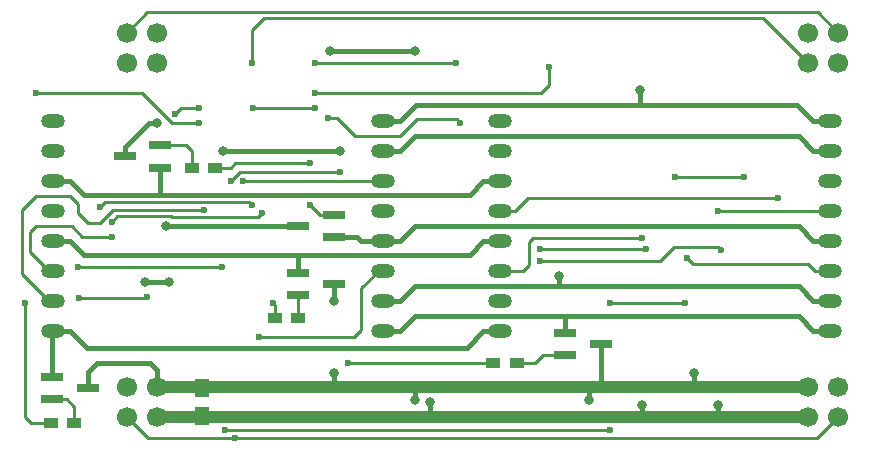
<source format=gbr>
G04 #@! TF.FileFunction,Copper,L2,Bot,Signal*
%FSLAX46Y46*%
G04 Gerber Fmt 4.6, Leading zero omitted, Abs format (unit mm)*
G04 Created by KiCad (PCBNEW 4.0.6) date 09/07/17 18:35:35*
%MOMM*%
%LPD*%
G01*
G04 APERTURE LIST*
%ADD10C,0.100000*%
%ADD11R,1.900000X0.800000*%
%ADD12R,1.200000X0.900000*%
%ADD13O,2.000000X1.200000*%
%ADD14C,1.700000*%
%ADD15R,1.300000X1.600000*%
%ADD16C,0.800000*%
%ADD17C,0.600000*%
%ADD18C,1.000000*%
%ADD19C,0.400000*%
%ADD20C,0.250000*%
G04 APERTURE END LIST*
D10*
D11*
X51054000Y-50160000D03*
X51054000Y-48260000D03*
X54054000Y-49210000D03*
X73660000Y-55240000D03*
X73660000Y-53340000D03*
X76660000Y-54290000D03*
X39370000Y-37470000D03*
X39370000Y-39370000D03*
X36370000Y-38420000D03*
X30250000Y-58989000D03*
X30250000Y-57089000D03*
X33250000Y-58039000D03*
D12*
X51054000Y-52070000D03*
X49054000Y-52070000D03*
X69580000Y-55880000D03*
X67580000Y-55880000D03*
X42053000Y-39370000D03*
X44053000Y-39370000D03*
X32115000Y-60960000D03*
X30115000Y-60960000D03*
D13*
X68130000Y-35410000D03*
X96070000Y-35410000D03*
X68130000Y-37950000D03*
X96070000Y-37950000D03*
X68130000Y-40490000D03*
X96070000Y-40490000D03*
X68130000Y-43030000D03*
X96070000Y-43030000D03*
X68130000Y-45570000D03*
X96070000Y-45570000D03*
X68130000Y-48110000D03*
X96070000Y-48110000D03*
X68130000Y-50650000D03*
X96070000Y-50650000D03*
X68130000Y-53190000D03*
X96070000Y-53190000D03*
X30330000Y-35410000D03*
X58270000Y-35410000D03*
X30330000Y-37950000D03*
X58270000Y-37950000D03*
X30330000Y-40490000D03*
X58270000Y-40490000D03*
X30330000Y-43030000D03*
X58270000Y-43030000D03*
X30330000Y-45570000D03*
X58270000Y-45570000D03*
X30330000Y-48110000D03*
X58270000Y-48110000D03*
X30330000Y-50650000D03*
X58270000Y-50650000D03*
X30330000Y-53190000D03*
X58270000Y-53190000D03*
D14*
X39116000Y-27940000D03*
X39116000Y-30480000D03*
X36576000Y-27940000D03*
X36576000Y-30480000D03*
X39116000Y-57912000D03*
X39116000Y-60452000D03*
X36576000Y-57912000D03*
X36576000Y-60452000D03*
X96774000Y-57912000D03*
X96774000Y-60452000D03*
X94234000Y-57912000D03*
X94234000Y-60452000D03*
X96774000Y-27940000D03*
X96774000Y-30480000D03*
X94234000Y-27940000D03*
X94234000Y-30480000D03*
D11*
X54054000Y-43373000D03*
X54054000Y-45273000D03*
X51054000Y-44323000D03*
D15*
X42926000Y-57982000D03*
X42926000Y-60382000D03*
D16*
X60960000Y-59055000D03*
X75692000Y-59055000D03*
X84582000Y-56769000D03*
X60960000Y-29464000D03*
X53721000Y-29464000D03*
X54102000Y-56769000D03*
X54102000Y-50673000D03*
X39878000Y-44323000D03*
X39116000Y-35560000D03*
X62230000Y-59182000D03*
X80137000Y-59436000D03*
X86614000Y-59436000D03*
X54610000Y-37973000D03*
X44704000Y-37973000D03*
X38100000Y-49022000D03*
X40132000Y-49022000D03*
D17*
X47117000Y-30480000D03*
X45720000Y-62230000D03*
X47117000Y-42545000D03*
X34290000Y-42672000D03*
X38227000Y-50292000D03*
X32512000Y-50419000D03*
X52070000Y-42545000D03*
X88773000Y-40132000D03*
X82931000Y-40132000D03*
D16*
X73152000Y-48514000D03*
X80010000Y-32766000D03*
D17*
X52451000Y-30480000D03*
X64389000Y-30480000D03*
X53594000Y-35179000D03*
X64770000Y-35560000D03*
X52451000Y-33020000D03*
X72263000Y-30861000D03*
X48895000Y-50800000D03*
X52451000Y-34290000D03*
X47244000Y-34290000D03*
X55245000Y-55880000D03*
X52070000Y-38989000D03*
X42672000Y-35560000D03*
X28829000Y-33020000D03*
X27940000Y-50800000D03*
X71501000Y-46228000D03*
X80518000Y-46228000D03*
X91694000Y-41910000D03*
X86614000Y-43053000D03*
X80137000Y-45339000D03*
X83947000Y-46990000D03*
X86868000Y-46355000D03*
X71501000Y-47244000D03*
X77470000Y-61595000D03*
X77470000Y-50800000D03*
X83820000Y-50800000D03*
X44831000Y-61595000D03*
X46355000Y-40513000D03*
X44577000Y-47752000D03*
X32385000Y-47752000D03*
X54610000Y-39751000D03*
X45339000Y-40513000D03*
X35306000Y-45212000D03*
X48006000Y-43180000D03*
X47752000Y-53721000D03*
X35306000Y-43942000D03*
X43053000Y-42926000D03*
X40640000Y-34798000D03*
X42672000Y-34290000D03*
D18*
X60960000Y-57912000D02*
X54102000Y-57912000D01*
X76835000Y-57912000D02*
X75692000Y-57912000D01*
X75692000Y-57912000D02*
X60960000Y-57912000D01*
D19*
X75692000Y-59055000D02*
X75692000Y-57912000D01*
D18*
X41783000Y-57912000D02*
X39116000Y-57912000D01*
X54102000Y-57912000D02*
X41783000Y-57912000D01*
D19*
X41783000Y-57912000D02*
X41853000Y-57982000D01*
X41853000Y-57982000D02*
X42926000Y-57982000D01*
D18*
X94234000Y-57912000D02*
X84582000Y-57912000D01*
X84582000Y-57912000D02*
X76835000Y-57912000D01*
D19*
X84582000Y-56769000D02*
X84582000Y-57912000D01*
X60960000Y-29464000D02*
X53721000Y-29464000D01*
X60960000Y-57912000D02*
X60960000Y-59055000D01*
X76835000Y-57912000D02*
X76660000Y-57737000D01*
X76660000Y-57737000D02*
X76660000Y-54290000D01*
X34036000Y-55880000D02*
X33250000Y-56666000D01*
X33250000Y-56666000D02*
X33250000Y-58039000D01*
X38481000Y-55880000D02*
X34036000Y-55880000D01*
X39116000Y-56515000D02*
X39116000Y-57912000D01*
X38481000Y-55880000D02*
X39116000Y-56515000D01*
X54102000Y-56769000D02*
X54102000Y-57912000D01*
X54054000Y-49210000D02*
X54054000Y-50625000D01*
X54054000Y-50625000D02*
X54102000Y-50673000D01*
X51054000Y-44323000D02*
X39878000Y-44323000D01*
X36370000Y-38420000D02*
X36370000Y-37620000D01*
X36370000Y-37620000D02*
X38430000Y-35560000D01*
X38430000Y-35560000D02*
X39116000Y-35560000D01*
D18*
X42037000Y-60452000D02*
X62230000Y-60452000D01*
D19*
X62230000Y-60452000D02*
X62230000Y-59182000D01*
D18*
X86614000Y-60452000D02*
X80137000Y-60452000D01*
X80137000Y-60452000D02*
X62230000Y-60452000D01*
D19*
X80137000Y-59436000D02*
X80137000Y-60452000D01*
D18*
X94234000Y-60452000D02*
X86614000Y-60452000D01*
D19*
X86614000Y-59436000D02*
X86614000Y-60452000D01*
X42037000Y-60452000D02*
X42856000Y-60452000D01*
D18*
X39116000Y-60452000D02*
X42037000Y-60452000D01*
D19*
X42856000Y-60452000D02*
X42926000Y-60382000D01*
X44704000Y-37973000D02*
X54610000Y-37973000D01*
X40132000Y-49022000D02*
X38100000Y-49022000D01*
D20*
X48133000Y-26670000D02*
X90424000Y-26670000D01*
X90424000Y-26670000D02*
X94234000Y-30480000D01*
X47117000Y-27686000D02*
X48133000Y-26670000D01*
X47117000Y-30480000D02*
X47117000Y-27686000D01*
X94996000Y-62230000D02*
X45720000Y-62230000D01*
X45720000Y-62230000D02*
X38354000Y-62230000D01*
X96774000Y-60452000D02*
X94996000Y-62230000D01*
X38354000Y-62230000D02*
X36576000Y-60452000D01*
X34290000Y-42672000D02*
X34671000Y-42291000D01*
X34671000Y-42291000D02*
X46863000Y-42291000D01*
X46863000Y-42291000D02*
X47117000Y-42545000D01*
X90610400Y-26219990D02*
X38296010Y-26219990D01*
X38296010Y-26219990D02*
X36576000Y-27940000D01*
X96774000Y-27940000D02*
X95053991Y-26219991D01*
X95053991Y-26219991D02*
X90610400Y-26219990D01*
X32512000Y-50419000D02*
X38100000Y-50419000D01*
X38100000Y-50419000D02*
X38227000Y-50292000D01*
X54054000Y-43373000D02*
X52898000Y-43373000D01*
X52898000Y-43373000D02*
X52070000Y-42545000D01*
D19*
X56365000Y-45570000D02*
X56068000Y-45273000D01*
X56068000Y-45273000D02*
X54054000Y-45273000D01*
X58270000Y-45570000D02*
X56365000Y-45570000D01*
X58227000Y-45527000D02*
X58270000Y-45570000D01*
X93423000Y-44323000D02*
X60917000Y-44323000D01*
X60917000Y-44323000D02*
X59670000Y-45570000D01*
X59670000Y-45570000D02*
X58270000Y-45570000D01*
X96070000Y-45570000D02*
X94670000Y-45570000D01*
X94670000Y-45570000D02*
X93423000Y-44323000D01*
D20*
X58270000Y-45570000D02*
X58670000Y-45570000D01*
X82931000Y-40132000D02*
X88773000Y-40132000D01*
D19*
X93423000Y-36703000D02*
X60917000Y-36703000D01*
X60917000Y-36703000D02*
X59670000Y-37950000D01*
X59670000Y-37950000D02*
X58270000Y-37950000D01*
X96070000Y-37950000D02*
X94670000Y-37950000D01*
X94670000Y-37950000D02*
X93423000Y-36703000D01*
X73152000Y-48514000D02*
X73152000Y-49403000D01*
X93423000Y-49403000D02*
X73152000Y-49403000D01*
X73152000Y-49403000D02*
X60917000Y-49403000D01*
X96470000Y-50650000D02*
X96070000Y-50650000D01*
X60917000Y-49403000D02*
X59670000Y-50650000D01*
X59670000Y-50650000D02*
X58270000Y-50650000D01*
X96070000Y-50650000D02*
X94670000Y-50650000D01*
X94670000Y-50650000D02*
X93423000Y-49403000D01*
X93296000Y-34036000D02*
X80010000Y-34036000D01*
X80010000Y-34036000D02*
X61044000Y-34036000D01*
X80010000Y-32766000D02*
X80010000Y-34036000D01*
X61044000Y-34036000D02*
X59670000Y-35410000D01*
X59670000Y-35410000D02*
X58270000Y-35410000D01*
X96070000Y-35410000D02*
X94670000Y-35410000D01*
X94670000Y-35410000D02*
X93296000Y-34036000D01*
D20*
X96070000Y-35410000D02*
X95670000Y-35410000D01*
X51054000Y-50160000D02*
X51054000Y-52070000D01*
D19*
X68130000Y-45570000D02*
X66730000Y-45570000D01*
X66730000Y-45570000D02*
X65564000Y-46736000D01*
X65564000Y-46736000D02*
X51054000Y-46736000D01*
X51054000Y-48260000D02*
X51054000Y-46736000D01*
X51054000Y-46736000D02*
X32896000Y-46736000D01*
X32896000Y-46736000D02*
X31730000Y-45570000D01*
X31730000Y-45570000D02*
X30330000Y-45570000D01*
D20*
X71760000Y-55240000D02*
X71120000Y-55880000D01*
X71120000Y-55880000D02*
X69580000Y-55880000D01*
X73660000Y-55240000D02*
X71760000Y-55240000D01*
D19*
X93423000Y-51943000D02*
X73660000Y-51943000D01*
X73660000Y-51943000D02*
X60917000Y-51943000D01*
X73660000Y-53340000D02*
X73660000Y-51943000D01*
X60917000Y-51943000D02*
X59670000Y-53190000D01*
X59670000Y-53190000D02*
X58270000Y-53190000D01*
X96070000Y-53190000D02*
X94670000Y-53190000D01*
X94670000Y-53190000D02*
X93423000Y-51943000D01*
D20*
X41534000Y-37470000D02*
X42053000Y-37989000D01*
X42053000Y-37989000D02*
X42053000Y-39370000D01*
X39370000Y-37470000D02*
X41534000Y-37470000D01*
D19*
X65564000Y-41656000D02*
X39370000Y-41656000D01*
X39370000Y-41656000D02*
X32896000Y-41656000D01*
X39370000Y-39370000D02*
X39370000Y-41656000D01*
X32896000Y-41656000D02*
X31730000Y-40490000D01*
X31730000Y-40490000D02*
X30330000Y-40490000D01*
X68130000Y-40490000D02*
X66730000Y-40490000D01*
X66730000Y-40490000D02*
X65564000Y-41656000D01*
D20*
X30250000Y-58989000D02*
X31450000Y-58989000D01*
X31450000Y-58989000D02*
X32115000Y-59654000D01*
X32115000Y-59654000D02*
X32115000Y-60960000D01*
D19*
X30250000Y-57089000D02*
X30250000Y-53270000D01*
X30250000Y-53270000D02*
X30330000Y-53190000D01*
X65310000Y-54610000D02*
X33150000Y-54610000D01*
X33150000Y-54610000D02*
X31730000Y-53190000D01*
X31730000Y-53190000D02*
X30330000Y-53190000D01*
X68130000Y-53190000D02*
X66730000Y-53190000D01*
X66730000Y-53190000D02*
X65310000Y-54610000D01*
D20*
X64389000Y-30480000D02*
X52451000Y-30480000D01*
X55880000Y-36703000D02*
X54356000Y-35179000D01*
X54356000Y-35179000D02*
X53594000Y-35179000D01*
X59690000Y-36703000D02*
X55880000Y-36703000D01*
X61132999Y-35260001D02*
X59690000Y-36703000D01*
X64770000Y-35560000D02*
X64470001Y-35260001D01*
X64470001Y-35260001D02*
X61132999Y-35260001D01*
X72263000Y-32385000D02*
X71628000Y-33020000D01*
X71628000Y-33020000D02*
X52451000Y-33020000D01*
X72263000Y-30861000D02*
X72263000Y-32385000D01*
X49054000Y-52070000D02*
X49054000Y-50959000D01*
X49054000Y-50959000D02*
X48895000Y-50800000D01*
X47244000Y-34290000D02*
X52451000Y-34290000D01*
X67580000Y-55880000D02*
X55245000Y-55880000D01*
X52070000Y-38989000D02*
X45720000Y-38989000D01*
X45720000Y-38989000D02*
X45339000Y-39370000D01*
X45339000Y-39370000D02*
X44053000Y-39370000D01*
X28829000Y-33020000D02*
X37797002Y-33020000D01*
X37797002Y-33020000D02*
X40337002Y-35560000D01*
X40337002Y-35560000D02*
X42672000Y-35560000D01*
X27940000Y-60452000D02*
X27940000Y-50800000D01*
X28448000Y-60960000D02*
X27940000Y-60452000D01*
X30115000Y-60960000D02*
X28448000Y-60960000D01*
X80518000Y-46228000D02*
X71501000Y-46228000D01*
X91694000Y-41910000D02*
X70500000Y-41910000D01*
X70500000Y-41910000D02*
X69380000Y-43030000D01*
X69380000Y-43030000D02*
X68130000Y-43030000D01*
X96070000Y-43030000D02*
X86637000Y-43030000D01*
X86637000Y-43030000D02*
X86614000Y-43053000D01*
X70942000Y-45339000D02*
X70612000Y-45669000D01*
X80137000Y-45339000D02*
X70942000Y-45339000D01*
X70612000Y-47625000D02*
X70127000Y-48110000D01*
X70127000Y-48110000D02*
X68130000Y-48110000D01*
X70612000Y-45669000D02*
X70612000Y-47625000D01*
X94208000Y-47498000D02*
X84455000Y-47498000D01*
X84455000Y-47498000D02*
X83947000Y-46990000D01*
X96070000Y-48110000D02*
X94820000Y-48110000D01*
X94820000Y-48110000D02*
X94208000Y-47498000D01*
X86868000Y-46355000D02*
X86568001Y-46055001D01*
X86568001Y-46055001D02*
X82849999Y-46055001D01*
X82849999Y-46055001D02*
X81661000Y-47244000D01*
X71501000Y-47244000D02*
X81661000Y-47244000D01*
X77470000Y-61595000D02*
X44831000Y-61595000D01*
X83820000Y-50800000D02*
X77470000Y-50800000D01*
X58270000Y-40490000D02*
X46378000Y-40490000D01*
X46378000Y-40490000D02*
X46355000Y-40513000D01*
X32385000Y-47752000D02*
X44577000Y-47752000D01*
X30330000Y-43030000D02*
X29930000Y-43030000D01*
X46101000Y-39751000D02*
X54610000Y-39751000D01*
X45339000Y-40513000D02*
X46101000Y-39751000D01*
X28321000Y-44831000D02*
X28829000Y-44323000D01*
X28829000Y-44323000D02*
X31877000Y-44323000D01*
X28321000Y-46501000D02*
X28321000Y-44831000D01*
X28321000Y-46501000D02*
X29930000Y-48110000D01*
X29930000Y-48110000D02*
X30330000Y-48110000D01*
X32766000Y-45212000D02*
X31877000Y-44323000D01*
X35306000Y-45212000D02*
X32766000Y-45212000D01*
X48006000Y-43180000D02*
X47625000Y-43561000D01*
X47625000Y-43561000D02*
X40337002Y-43561000D01*
X40337002Y-43561000D02*
X40274001Y-43497999D01*
X40274001Y-43497999D02*
X35750001Y-43497999D01*
X35750001Y-43497999D02*
X35306000Y-43942000D01*
X55753000Y-53721000D02*
X47752000Y-53721000D01*
X56388000Y-53086000D02*
X55753000Y-53721000D01*
X56388000Y-49592000D02*
X56388000Y-53086000D01*
X58270000Y-48110000D02*
X57870000Y-48110000D01*
X57870000Y-48110000D02*
X56388000Y-49592000D01*
X32385000Y-43180000D02*
X32385000Y-42418000D01*
X32385000Y-42418000D02*
X31750000Y-41783000D01*
X33237998Y-44032998D02*
X32385000Y-43180000D01*
X34290000Y-44032998D02*
X33237998Y-44032998D01*
X43053000Y-42926000D02*
X35396998Y-42926000D01*
X35396998Y-42926000D02*
X34290000Y-44032998D01*
X31750000Y-41783000D02*
X28829000Y-41783000D01*
X28829000Y-41783000D02*
X27686000Y-42926000D01*
X27686000Y-42926000D02*
X27686000Y-48406000D01*
X27686000Y-48406000D02*
X29930000Y-50650000D01*
X29930000Y-50650000D02*
X30330000Y-50650000D01*
X42672000Y-34290000D02*
X41148000Y-34290000D01*
X41148000Y-34290000D02*
X40640000Y-34798000D01*
M02*

</source>
